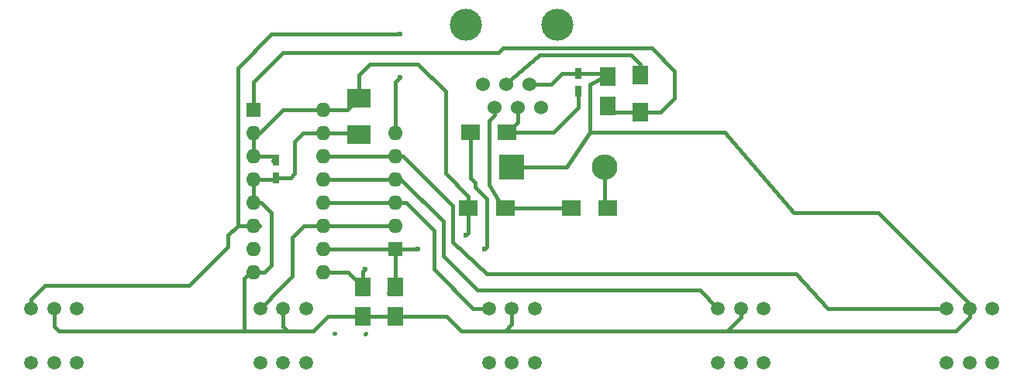
<source format=gbr>
G04 #@! TF.FileFunction,Copper,L2,Bot,Signal*
%FSLAX46Y46*%
G04 Gerber Fmt 4.6, Leading zero omitted, Abs format (unit mm)*
G04 Created by KiCad (PCBNEW 4.0.7-e2-6376~61~ubuntu18.04.1) date Mon Jul 16 09:25:00 2018*
%MOMM*%
%LPD*%
G01*
G04 APERTURE LIST*
%ADD10C,0.100000*%
%ADD11R,2.000000X1.700000*%
%ADD12C,1.524000*%
%ADD13C,3.500000*%
%ADD14R,1.600000X1.600000*%
%ADD15O,1.600000X1.600000*%
%ADD16C,1.500000*%
%ADD17R,2.800000X2.800000*%
%ADD18O,2.800000X2.800000*%
%ADD19R,0.750000X1.200000*%
%ADD20R,2.500000X2.000000*%
%ADD21R,1.800000X2.000000*%
%ADD22R,1.700000X2.000000*%
%ADD23C,0.600000*%
%ADD24C,0.400000*%
G04 APERTURE END LIST*
D10*
D11*
X99250000Y-86000000D03*
X95250000Y-86000000D03*
D12*
X96850000Y-72500000D03*
X98110000Y-75000000D03*
X99370000Y-72500000D03*
X100630000Y-75000000D03*
X101889000Y-72500000D03*
X103150000Y-75000000D03*
D13*
X95000000Y-66000000D03*
X105000000Y-66000000D03*
D14*
X87250000Y-90500000D03*
D15*
X87250000Y-87960000D03*
X87250000Y-85420000D03*
X87250000Y-82880000D03*
X87250000Y-80340000D03*
X87250000Y-77800000D03*
D16*
X52500000Y-97000000D03*
X50000000Y-97000000D03*
X47500000Y-97000000D03*
X47500000Y-103000000D03*
X50000000Y-103000000D03*
X52500000Y-103000000D03*
X77500000Y-97000000D03*
X75000000Y-97000000D03*
X72500000Y-97000000D03*
X72500000Y-103000000D03*
X75000000Y-103000000D03*
X77500000Y-103000000D03*
X102500000Y-97000000D03*
X100000000Y-97000000D03*
X97500000Y-97000000D03*
X97500000Y-103000000D03*
X100000000Y-103000000D03*
X102500000Y-103000000D03*
X127500000Y-97000000D03*
X125000000Y-97000000D03*
X122500000Y-97000000D03*
X122500000Y-103000000D03*
X125000000Y-103000000D03*
X127500000Y-103000000D03*
X152500000Y-97000000D03*
X150000000Y-97000000D03*
X147500000Y-97000000D03*
X147500000Y-103000000D03*
X150000000Y-103000000D03*
X152500000Y-103000000D03*
D14*
X71750000Y-75250000D03*
D15*
X79370000Y-93030000D03*
X71750000Y-77790000D03*
X79370000Y-90490000D03*
X71750000Y-80330000D03*
X79370000Y-87950000D03*
X71750000Y-82870000D03*
X79370000Y-85410000D03*
X71750000Y-85410000D03*
X79370000Y-82870000D03*
X71750000Y-87950000D03*
X79370000Y-80330000D03*
X71750000Y-90490000D03*
X79370000Y-77790000D03*
X71750000Y-93030000D03*
X79370000Y-75250000D03*
D17*
X100000000Y-81500000D03*
D18*
X110160000Y-81500000D03*
D19*
X74250000Y-80800000D03*
X74250000Y-82700000D03*
D20*
X83250000Y-74000000D03*
X83250000Y-78000000D03*
D19*
X107250000Y-73200000D03*
X107250000Y-71300000D03*
D21*
X87250000Y-94650000D03*
X87250000Y-97850000D03*
X83750000Y-94650000D03*
X83750000Y-97850000D03*
X110500000Y-74850000D03*
X110500000Y-71650000D03*
D11*
X106500000Y-86000000D03*
X110500000Y-86000000D03*
X99500000Y-77750000D03*
X95500000Y-77750000D03*
D22*
X114000000Y-71500000D03*
X114000000Y-75500000D03*
D23*
X89750000Y-90500000D03*
X95000000Y-89000000D03*
X87750000Y-71750000D03*
X87750000Y-67000000D03*
X84000000Y-92750000D03*
X97000000Y-90500000D03*
D24*
X80618000Y-99718000D02*
X80650000Y-99750000D01*
X83940000Y-99840000D02*
X84030000Y-99750000D01*
X83250000Y-74000000D02*
X83250000Y-71500000D01*
X95250000Y-84750000D02*
X95250000Y-86000000D01*
X92750000Y-82250000D02*
X95250000Y-84750000D01*
X92750000Y-73250000D02*
X92750000Y-82250000D01*
X89750000Y-70250000D02*
X92750000Y-73250000D01*
X84500000Y-70250000D02*
X89750000Y-70250000D01*
X83250000Y-71500000D02*
X84500000Y-70250000D01*
X87250000Y-90500000D02*
X89750000Y-90500000D01*
X95000000Y-89000000D02*
X95250000Y-88750000D01*
X95250000Y-88750000D02*
X95250000Y-86000000D01*
X95250000Y-85250000D02*
X95250000Y-86000000D01*
X87250000Y-90500000D02*
X79380000Y-90500000D01*
X79380000Y-90500000D02*
X79370000Y-90490000D01*
X79370000Y-75250000D02*
X82000000Y-75250000D01*
X82000000Y-75250000D02*
X83250000Y-74000000D01*
X71750000Y-77790000D02*
X72460000Y-77790000D01*
X72460000Y-77790000D02*
X75000000Y-75250000D01*
X75000000Y-75250000D02*
X79370000Y-75250000D01*
X71750000Y-80330000D02*
X73780000Y-80330000D01*
X73780000Y-80330000D02*
X74250000Y-80800000D01*
X71750000Y-77790000D02*
X71750000Y-80330000D01*
X87250000Y-90500000D02*
X87250000Y-94650000D01*
X86530000Y-95370000D02*
X87150000Y-94750000D01*
X73896000Y-80904000D02*
X74050000Y-80750000D01*
X71750000Y-85410000D02*
X72660000Y-85410000D01*
X72970000Y-93030000D02*
X71750000Y-93030000D01*
X73750000Y-92250000D02*
X72970000Y-93030000D01*
X73750000Y-86500000D02*
X73750000Y-92250000D01*
X72660000Y-85410000D02*
X73750000Y-86500000D01*
X71750000Y-93030000D02*
X71470000Y-93030000D01*
X71470000Y-93030000D02*
X70750000Y-93750000D01*
X70750000Y-93750000D02*
X70750000Y-99500000D01*
X74250000Y-82700000D02*
X75800000Y-82700000D01*
X77210000Y-77790000D02*
X79370000Y-77790000D01*
X76250000Y-78750000D02*
X77210000Y-77790000D01*
X76250000Y-82250000D02*
X76250000Y-78750000D01*
X75800000Y-82700000D02*
X76250000Y-82250000D01*
X79370000Y-77790000D02*
X83040000Y-77790000D01*
X83040000Y-77790000D02*
X83250000Y-78000000D01*
X71750000Y-82870000D02*
X74080000Y-82870000D01*
X74080000Y-82870000D02*
X74250000Y-82700000D01*
X71750000Y-85410000D02*
X71750000Y-82870000D01*
X50000000Y-97000000D02*
X50000000Y-97750000D01*
X71470000Y-92750000D02*
X71750000Y-93030000D01*
X108500000Y-77750000D02*
X123250000Y-77750000D01*
X140000000Y-86500000D02*
X150000000Y-96500000D01*
X130750000Y-86500000D02*
X140000000Y-86500000D01*
X123250000Y-77750000D02*
X130750000Y-86500000D01*
X150000000Y-96500000D02*
X150000000Y-97000000D01*
X123500000Y-99500000D02*
X148500000Y-99500000D01*
X148500000Y-99500000D02*
X150000000Y-98000000D01*
X150000000Y-98000000D02*
X150000000Y-97000000D01*
X99250000Y-99500000D02*
X123500000Y-99500000D01*
X125000000Y-98000000D02*
X125000000Y-97000000D01*
X123500000Y-99500000D02*
X125000000Y-98000000D01*
X87250000Y-97850000D02*
X92850000Y-97850000D01*
X100000000Y-98750000D02*
X100000000Y-97000000D01*
X99250000Y-99500000D02*
X100000000Y-98750000D01*
X94500000Y-99500000D02*
X99250000Y-99500000D01*
X92850000Y-97850000D02*
X94500000Y-99500000D01*
X50000000Y-97000000D02*
X50000000Y-99000000D01*
X50500000Y-99500000D02*
X70750000Y-99500000D01*
X70750000Y-99500000D02*
X75750000Y-99500000D01*
X50000000Y-99000000D02*
X50500000Y-99500000D01*
X83750000Y-97850000D02*
X79900000Y-97850000D01*
X75000000Y-99000000D02*
X75000000Y-97000000D01*
X75500000Y-99500000D02*
X75000000Y-99000000D01*
X78250000Y-99500000D02*
X75750000Y-99500000D01*
X75750000Y-99500000D02*
X75500000Y-99500000D01*
X79900000Y-97850000D02*
X78250000Y-99500000D01*
X87250000Y-97850000D02*
X83750000Y-97850000D01*
X110500000Y-71650000D02*
X110100000Y-71650000D01*
X110100000Y-71650000D02*
X108500000Y-72500000D01*
X106000000Y-81500000D02*
X100000000Y-81500000D01*
X108500000Y-77750000D02*
X106000000Y-81500000D01*
X108500000Y-72500000D02*
X108500000Y-77750000D01*
X108500000Y-77750000D02*
X108500000Y-77750000D01*
X107250000Y-71300000D02*
X110150000Y-71300000D01*
X110150000Y-71300000D02*
X110500000Y-71650000D01*
X101889000Y-72500000D02*
X104250000Y-72500000D01*
X105450000Y-71300000D02*
X107250000Y-71300000D01*
X104250000Y-72500000D02*
X105450000Y-71300000D01*
X110360000Y-71790000D02*
X110500000Y-71650000D01*
X110160000Y-81500000D02*
X110160000Y-85160000D01*
X110160000Y-85160000D02*
X110250000Y-85250000D01*
X114000000Y-75500000D02*
X116250000Y-75500000D01*
X71750000Y-72250000D02*
X71750000Y-75250000D01*
X75000000Y-69000000D02*
X71750000Y-72250000D01*
X98500000Y-69000000D02*
X75000000Y-69000000D01*
X99000000Y-68500000D02*
X98500000Y-69000000D01*
X115250000Y-68500000D02*
X99000000Y-68500000D01*
X117750000Y-71000000D02*
X115250000Y-68500000D01*
X117750000Y-74000000D02*
X117750000Y-71000000D01*
X116250000Y-75500000D02*
X117750000Y-74000000D01*
X114000000Y-75500000D02*
X111150000Y-75500000D01*
X111150000Y-75500000D02*
X110500000Y-74850000D01*
X71750000Y-75250000D02*
X71750000Y-75186000D01*
X72500000Y-97000000D02*
X74750000Y-94750000D01*
X77300000Y-87950000D02*
X79370000Y-87950000D01*
X76000000Y-89250000D02*
X77300000Y-87950000D01*
X76000000Y-93500000D02*
X76000000Y-89250000D01*
X74750000Y-94750000D02*
X76000000Y-93500000D01*
X79370000Y-87950000D02*
X87240000Y-87950000D01*
X87240000Y-87950000D02*
X87250000Y-87960000D01*
X97500000Y-97000000D02*
X95750000Y-97000000D01*
X88420000Y-85420000D02*
X87250000Y-85420000D01*
X91500000Y-88500000D02*
X88420000Y-85420000D01*
X91500000Y-92750000D02*
X91500000Y-88500000D01*
X95750000Y-97000000D02*
X91500000Y-92750000D01*
X79370000Y-85410000D02*
X87240000Y-85410000D01*
X87240000Y-85410000D02*
X87250000Y-85420000D01*
X87250000Y-82880000D02*
X87880000Y-82880000D01*
X87880000Y-82880000D02*
X92500000Y-87500000D01*
X120500000Y-95000000D02*
X122500000Y-97000000D01*
X96250000Y-95000000D02*
X120500000Y-95000000D01*
X92500000Y-91250000D02*
X96250000Y-95000000D01*
X92500000Y-87500000D02*
X92500000Y-91250000D01*
X79370000Y-82870000D02*
X87240000Y-82870000D01*
X87240000Y-82870000D02*
X87250000Y-82880000D01*
X87250000Y-80340000D02*
X88090000Y-80340000D01*
X109750000Y-93250000D02*
X131000000Y-93250000D01*
X109750000Y-93250000D02*
X109750000Y-93250000D01*
X97250000Y-93250000D02*
X109750000Y-93250000D01*
X93500000Y-89750000D02*
X97250000Y-93250000D01*
X93500000Y-85750000D02*
X93500000Y-89750000D01*
X88090000Y-80340000D02*
X93500000Y-85750000D01*
X134500000Y-97000000D02*
X147500000Y-97000000D01*
X131000000Y-93250000D02*
X134500000Y-97000000D01*
X79370000Y-80330000D02*
X87240000Y-80330000D01*
X87240000Y-80330000D02*
X87250000Y-80340000D01*
X70050000Y-87950000D02*
X70050000Y-70700000D01*
X87250000Y-72250000D02*
X87250000Y-77800000D01*
X87750000Y-71750000D02*
X87250000Y-72250000D01*
X73750000Y-67000000D02*
X87750000Y-67000000D01*
X70050000Y-70700000D02*
X73750000Y-67000000D01*
X47500000Y-97000000D02*
X47500000Y-96000000D01*
X70050000Y-87950000D02*
X71750000Y-87950000D01*
X69000000Y-89000000D02*
X70050000Y-87950000D01*
X69000000Y-90250000D02*
X69000000Y-89000000D01*
X64750000Y-94500000D02*
X69000000Y-90250000D01*
X49000000Y-94500000D02*
X64750000Y-94500000D01*
X47500000Y-96000000D02*
X49000000Y-94500000D01*
X72450000Y-87950000D02*
X71750000Y-87950000D01*
X99500000Y-77750000D02*
X104500000Y-77750000D01*
X107250000Y-75000000D02*
X107250000Y-73200000D01*
X104500000Y-77750000D02*
X107250000Y-75000000D01*
X100630000Y-75000000D02*
X100630000Y-76620000D01*
X100630000Y-76620000D02*
X99500000Y-77750000D01*
X95500000Y-77750000D02*
X95500000Y-82750000D01*
X83750000Y-93000000D02*
X83750000Y-94650000D01*
X84000000Y-92750000D02*
X83750000Y-93000000D01*
X97250000Y-90250000D02*
X97000000Y-90500000D01*
X97250000Y-85000000D02*
X97250000Y-90250000D01*
X96000000Y-83750000D02*
X97250000Y-85000000D01*
X96000000Y-83250000D02*
X96000000Y-83750000D01*
X95500000Y-82750000D02*
X96000000Y-83250000D01*
X79370000Y-93030000D02*
X82130000Y-93030000D01*
X82130000Y-93030000D02*
X83750000Y-94650000D01*
X98110000Y-75000000D02*
X98110000Y-75890000D01*
X97500000Y-83500000D02*
X99000000Y-86000000D01*
X97500000Y-76500000D02*
X97500000Y-83500000D01*
X98110000Y-75890000D02*
X97500000Y-76500000D01*
X99000000Y-86000000D02*
X99250000Y-86000000D01*
X99250000Y-86000000D02*
X106500000Y-86000000D01*
X99370000Y-72500000D02*
X99370000Y-72380000D01*
X99370000Y-72380000D02*
X103000000Y-69250000D01*
X103000000Y-69250000D02*
X113000000Y-69250000D01*
X113000000Y-69250000D02*
X114000000Y-70250000D01*
X114000000Y-70250000D02*
X114000000Y-71500000D01*
M02*

</source>
